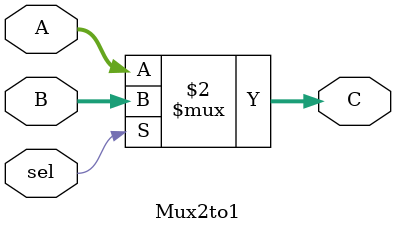
<source format=sv>
module Mux2to1(
    input logic        sel,
    input logic [4:0]  A,
    input logic [4:0]  B,
    output logic [4:0] C
);

    always_comb begin 
        C = sel? B : A;
    end

endmodule
</source>
